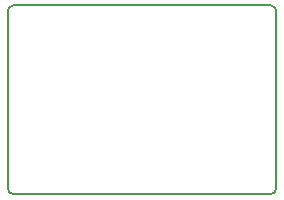
<source format=gm1>
G04 #@! TF.FileFunction,Profile,NP*
%FSLAX46Y46*%
G04 Gerber Fmt 4.6, Leading zero omitted, Abs format (unit mm)*
G04 Created by KiCad (PCBNEW (2016-06-01 BZR 6870, Git 0ccd3bb)-product) date 06/04/16 15:16:18*
%MOMM*%
%LPD*%
G01*
G04 APERTURE LIST*
%ADD10C,0.150000*%
G04 APERTURE END LIST*
D10*
X43500000Y-36000000D02*
X65250000Y-36000000D01*
X43000000Y-20500000D02*
X43000000Y-35500000D01*
X65250000Y-20000000D02*
X43500000Y-20000000D01*
X65750000Y-35500000D02*
X65750000Y-20500000D01*
X43500000Y-20000000D02*
G75*
G03X43000000Y-20500000I0J-500000D01*
G01*
X43000000Y-35500000D02*
G75*
G03X43500000Y-36000000I500000J0D01*
G01*
X65250000Y-36000000D02*
G75*
G03X65750000Y-35500000I0J500000D01*
G01*
X65750000Y-20500000D02*
G75*
G03X65250000Y-20000000I-500000J0D01*
G01*
M02*

</source>
